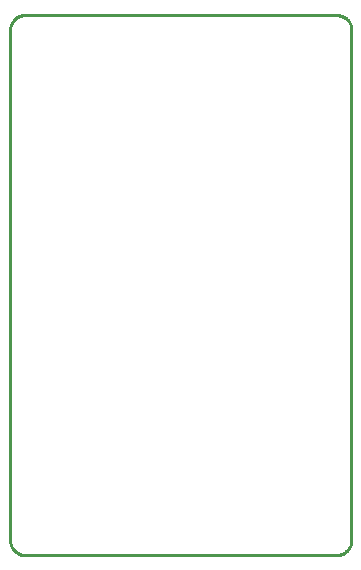
<source format=gko>
%FSDAX24Y24*%
%MOIN*%
%SFA1B1*%

%IPPOS*%
%ADD10C,0.010000*%
%LN32pinffc_breakout_pcb-1*%
%LPD*%
G54D10*
X052893Y041870D02*
D01*
X052892Y041904*
X052888Y041938*
X052882Y041972*
X052874Y042005*
X052864Y042038*
X052851Y042070*
X052836Y042101*
X052818Y042130*
X052799Y042159*
X052778Y042186*
X052755Y042211*
X052730Y042235*
X052704Y042257*
X052676Y042278*
X052647Y042296*
X052617Y042312*
X052585Y042326*
X052553Y042338*
X052520Y042347*
X052487Y042354*
X052453Y042359*
X052418Y042361*
X052401Y042362*
Y024370D02*
D01*
X052435Y024371*
X052470Y024374*
X052503Y024380*
X052537Y024389*
X052569Y024399*
X052601Y024412*
X052632Y024427*
X052662Y024444*
X052690Y024464*
X052717Y024485*
X052743Y024508*
X052767Y024532*
X052789Y024559*
X052809Y024587*
X052827Y024616*
X052843Y024646*
X052857Y024677*
X052869Y024710*
X052879Y024743*
X052886Y024776*
X052891Y024810*
X052893Y024845*
X052893Y024862*
X041515D02*
D01*
X041516Y024827*
X041520Y024793*
X041526Y024759*
X041534Y024726*
X041545Y024693*
X041558Y024662*
X041573Y024631*
X041590Y024601*
X041609Y024572*
X041630Y024545*
X041653Y024520*
X041678Y024496*
X041704Y024474*
X041732Y024454*
X041761Y024436*
X041792Y024419*
X041823Y024405*
X041855Y024394*
X041888Y024384*
X041922Y024377*
X041956Y024372*
X041990Y024370*
X042007Y024370*
Y042362D02*
D01*
X041973Y042361*
X041939Y042357*
X041905Y042351*
X041872Y042343*
X041839Y042332*
X041807Y042319*
X041776Y042304*
X041747Y042287*
X041718Y042268*
X041691Y042247*
X041666Y042224*
X041642Y042199*
X041620Y042173*
X041599Y042145*
X041581Y042116*
X041565Y042085*
X041551Y042054*
X041539Y042022*
X041530Y041989*
X041523Y041955*
X041518Y041921*
X041516Y041887*
X041515Y041870*
X052893Y024862D02*
Y041870D01*
X042007Y024370D02*
X052401D01*
X042007Y042362D02*
X052401D01*
X041515Y041870D02*
Y024862D01*
M02*
</source>
